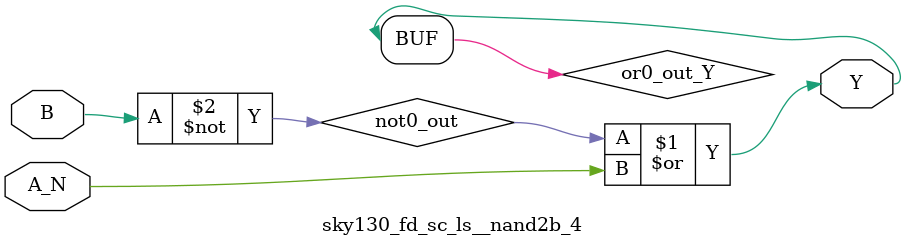
<source format=v>
/*
 * Copyright 2020 The SkyWater PDK Authors
 *
 * Licensed under the Apache License, Version 2.0 (the "License");
 * you may not use this file except in compliance with the License.
 * You may obtain a copy of the License at
 *
 *     https://www.apache.org/licenses/LICENSE-2.0
 *
 * Unless required by applicable law or agreed to in writing, software
 * distributed under the License is distributed on an "AS IS" BASIS,
 * WITHOUT WARRANTIES OR CONDITIONS OF ANY KIND, either express or implied.
 * See the License for the specific language governing permissions and
 * limitations under the License.
 *
 * SPDX-License-Identifier: Apache-2.0
*/


`ifndef SKY130_FD_SC_LS__NAND2B_4_FUNCTIONAL_V
`define SKY130_FD_SC_LS__NAND2B_4_FUNCTIONAL_V

/**
 * nand2b: 2-input NAND, first input inverted.
 *
 * Verilog simulation functional model.
 */

`timescale 1ns / 1ps
`default_nettype none

`celldefine
module sky130_fd_sc_ls__nand2b_4 (
    Y  ,
    A_N,
    B
);

    // Module ports
    output Y  ;
    input  A_N;
    input  B  ;

    // Local signals
    wire not0_out ;
    wire or0_out_Y;

    //  Name  Output     Other arguments
    not not0 (not0_out , B              );
    or  or0  (or0_out_Y, not0_out, A_N  );
    buf buf0 (Y        , or0_out_Y      );

endmodule
`endcelldefine

`default_nettype wire
`endif  // SKY130_FD_SC_LS__NAND2B_4_FUNCTIONAL_V

</source>
